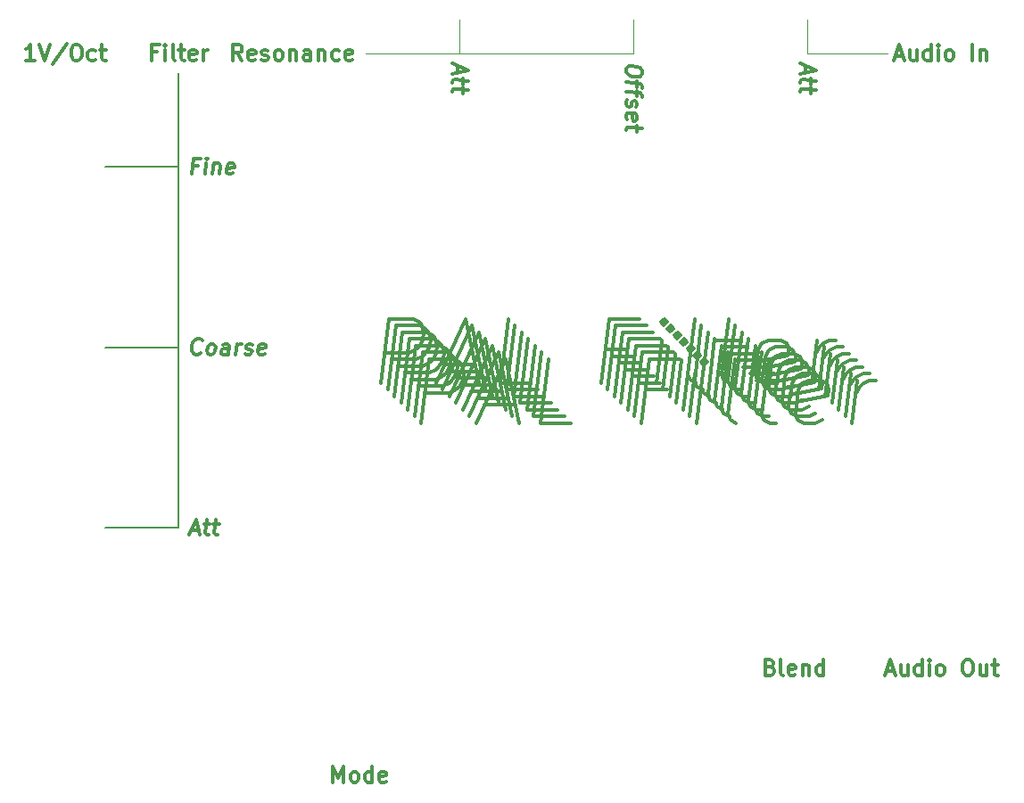
<source format=gto>
G04 #@! TF.GenerationSoftware,KiCad,Pcbnew,5.1.12-1.fc34*
G04 #@! TF.CreationDate,2022-01-17T21:01:31+01:00*
G04 #@! TF.ProjectId,vcf-panel,7663662d-7061-46e6-956c-2e6b69636164,rev?*
G04 #@! TF.SameCoordinates,Original*
G04 #@! TF.FileFunction,Legend,Top*
G04 #@! TF.FilePolarity,Positive*
%FSLAX46Y46*%
G04 Gerber Fmt 4.6, Leading zero omitted, Abs format (unit mm)*
G04 Created by KiCad (PCBNEW 5.1.12-1.fc34) date 2022-01-17 21:01:31*
%MOMM*%
%LPD*%
G01*
G04 APERTURE LIST*
%ADD10C,0.300000*%
%ADD11C,0.120000*%
%ADD12C,0.150000*%
%ADD13C,6.500000*%
%ADD14C,6.400000*%
G04 APERTURE END LIST*
D10*
X104904839Y-118962714D02*
X105666839Y-112866714D01*
X107989125Y-112866714D01*
X108533410Y-113157000D01*
X108787410Y-113447285D01*
X109005125Y-114027857D01*
X108896267Y-114898714D01*
X108533410Y-115479285D01*
X108206839Y-115769571D01*
X107589982Y-116059857D01*
X105267696Y-116059857D01*
X110928267Y-117221000D02*
X113831125Y-117221000D01*
X110129982Y-118962714D02*
X112923982Y-112866714D01*
X114193982Y-118962714D01*
X119128839Y-118962714D02*
X116225982Y-118962714D01*
X116987982Y-112866714D01*
X128236553Y-115769571D02*
X126204553Y-115769571D01*
X125805410Y-118962714D02*
X126567410Y-112866714D01*
X129470267Y-112866714D01*
X131030553Y-118962714D02*
X131538553Y-114898714D01*
X131792553Y-112866714D02*
X131465982Y-113157000D01*
X131719982Y-113447285D01*
X132046553Y-113157000D01*
X131792553Y-112866714D01*
X131719982Y-113447285D01*
X134804267Y-118962714D02*
X134259982Y-118672428D01*
X134042267Y-118091857D01*
X134695410Y-112866714D01*
X136763696Y-114898714D02*
X139085982Y-114898714D01*
X137888553Y-112866714D02*
X137235410Y-118091857D01*
X137453125Y-118672428D01*
X137997410Y-118962714D01*
X138577982Y-118962714D01*
X142968553Y-118672428D02*
X142351696Y-118962714D01*
X141190553Y-118962714D01*
X140646267Y-118672428D01*
X140428553Y-118091857D01*
X140718839Y-115769571D01*
X141081696Y-115189000D01*
X141698553Y-114898714D01*
X142859696Y-114898714D01*
X143403982Y-115189000D01*
X143621696Y-115769571D01*
X143549125Y-116350142D01*
X140573696Y-116930714D01*
X145835125Y-118962714D02*
X146343125Y-114898714D01*
X146197982Y-116059857D02*
X146560839Y-115479285D01*
X146887410Y-115189000D01*
X147504267Y-114898714D01*
X148084839Y-114898714D01*
X104269839Y-118327714D02*
X105031839Y-112231714D01*
X107354125Y-112231714D01*
X107898410Y-112522000D01*
X108152410Y-112812285D01*
X108370125Y-113392857D01*
X108261267Y-114263714D01*
X107898410Y-114844285D01*
X107571839Y-115134571D01*
X106954982Y-115424857D01*
X104632696Y-115424857D01*
X110293267Y-116586000D02*
X113196125Y-116586000D01*
X109494982Y-118327714D02*
X112288982Y-112231714D01*
X113558982Y-118327714D01*
X118493839Y-118327714D02*
X115590982Y-118327714D01*
X116352982Y-112231714D01*
X127601553Y-115134571D02*
X125569553Y-115134571D01*
X125170410Y-118327714D02*
X125932410Y-112231714D01*
X128835267Y-112231714D01*
X130395553Y-118327714D02*
X130903553Y-114263714D01*
X131157553Y-112231714D02*
X130830982Y-112522000D01*
X131084982Y-112812285D01*
X131411553Y-112522000D01*
X131157553Y-112231714D01*
X131084982Y-112812285D01*
X134169267Y-118327714D02*
X133624982Y-118037428D01*
X133407267Y-117456857D01*
X134060410Y-112231714D01*
X136128696Y-114263714D02*
X138450982Y-114263714D01*
X137253553Y-112231714D02*
X136600410Y-117456857D01*
X136818125Y-118037428D01*
X137362410Y-118327714D01*
X137942982Y-118327714D01*
X142333553Y-118037428D02*
X141716696Y-118327714D01*
X140555553Y-118327714D01*
X140011267Y-118037428D01*
X139793553Y-117456857D01*
X140083839Y-115134571D01*
X140446696Y-114554000D01*
X141063553Y-114263714D01*
X142224696Y-114263714D01*
X142768982Y-114554000D01*
X142986696Y-115134571D01*
X142914125Y-115715142D01*
X139938696Y-116295714D01*
X145200125Y-118327714D02*
X145708125Y-114263714D01*
X145562982Y-115424857D02*
X145925839Y-114844285D01*
X146252410Y-114554000D01*
X146869267Y-114263714D01*
X147449839Y-114263714D01*
X103634839Y-117692714D02*
X104396839Y-111596714D01*
X106719125Y-111596714D01*
X107263410Y-111887000D01*
X107517410Y-112177285D01*
X107735125Y-112757857D01*
X107626267Y-113628714D01*
X107263410Y-114209285D01*
X106936839Y-114499571D01*
X106319982Y-114789857D01*
X103997696Y-114789857D01*
X109658267Y-115951000D02*
X112561125Y-115951000D01*
X108859982Y-117692714D02*
X111653982Y-111596714D01*
X112923982Y-117692714D01*
X117858839Y-117692714D02*
X114955982Y-117692714D01*
X115717982Y-111596714D01*
X126966553Y-114499571D02*
X124934553Y-114499571D01*
X124535410Y-117692714D02*
X125297410Y-111596714D01*
X128200267Y-111596714D01*
X129760553Y-117692714D02*
X130268553Y-113628714D01*
X130522553Y-111596714D02*
X130195982Y-111887000D01*
X130449982Y-112177285D01*
X130776553Y-111887000D01*
X130522553Y-111596714D01*
X130449982Y-112177285D01*
X133534267Y-117692714D02*
X132989982Y-117402428D01*
X132772267Y-116821857D01*
X133425410Y-111596714D01*
X135493696Y-113628714D02*
X137815982Y-113628714D01*
X136618553Y-111596714D02*
X135965410Y-116821857D01*
X136183125Y-117402428D01*
X136727410Y-117692714D01*
X137307982Y-117692714D01*
X141698553Y-117402428D02*
X141081696Y-117692714D01*
X139920553Y-117692714D01*
X139376267Y-117402428D01*
X139158553Y-116821857D01*
X139448839Y-114499571D01*
X139811696Y-113919000D01*
X140428553Y-113628714D01*
X141589696Y-113628714D01*
X142133982Y-113919000D01*
X142351696Y-114499571D01*
X142279125Y-115080142D01*
X139303696Y-115660714D01*
X144565125Y-117692714D02*
X145073125Y-113628714D01*
X144927982Y-114789857D02*
X145290839Y-114209285D01*
X145617410Y-113919000D01*
X146234267Y-113628714D01*
X146814839Y-113628714D01*
X102999839Y-117057714D02*
X103761839Y-110961714D01*
X106084125Y-110961714D01*
X106628410Y-111252000D01*
X106882410Y-111542285D01*
X107100125Y-112122857D01*
X106991267Y-112993714D01*
X106628410Y-113574285D01*
X106301839Y-113864571D01*
X105684982Y-114154857D01*
X103362696Y-114154857D01*
X109023267Y-115316000D02*
X111926125Y-115316000D01*
X108224982Y-117057714D02*
X111018982Y-110961714D01*
X112288982Y-117057714D01*
X117223839Y-117057714D02*
X114320982Y-117057714D01*
X115082982Y-110961714D01*
X126331553Y-113864571D02*
X124299553Y-113864571D01*
X123900410Y-117057714D02*
X124662410Y-110961714D01*
X127565267Y-110961714D01*
X129125553Y-117057714D02*
X129633553Y-112993714D01*
X129887553Y-110961714D02*
X129560982Y-111252000D01*
X129814982Y-111542285D01*
X130141553Y-111252000D01*
X129887553Y-110961714D01*
X129814982Y-111542285D01*
X132899267Y-117057714D02*
X132354982Y-116767428D01*
X132137267Y-116186857D01*
X132790410Y-110961714D01*
X134858696Y-112993714D02*
X137180982Y-112993714D01*
X135983553Y-110961714D02*
X135330410Y-116186857D01*
X135548125Y-116767428D01*
X136092410Y-117057714D01*
X136672982Y-117057714D01*
X141063553Y-116767428D02*
X140446696Y-117057714D01*
X139285553Y-117057714D01*
X138741267Y-116767428D01*
X138523553Y-116186857D01*
X138813839Y-113864571D01*
X139176696Y-113284000D01*
X139793553Y-112993714D01*
X140954696Y-112993714D01*
X141498982Y-113284000D01*
X141716696Y-113864571D01*
X141644125Y-114445142D01*
X138668696Y-115025714D01*
X143930125Y-117057714D02*
X144438125Y-112993714D01*
X144292982Y-114154857D02*
X144655839Y-113574285D01*
X144982410Y-113284000D01*
X145599267Y-112993714D01*
X146179839Y-112993714D01*
X102364839Y-116422714D02*
X103126839Y-110326714D01*
X105449125Y-110326714D01*
X105993410Y-110617000D01*
X106247410Y-110907285D01*
X106465125Y-111487857D01*
X106356267Y-112358714D01*
X105993410Y-112939285D01*
X105666839Y-113229571D01*
X105049982Y-113519857D01*
X102727696Y-113519857D01*
X108388267Y-114681000D02*
X111291125Y-114681000D01*
X107589982Y-116422714D02*
X110383982Y-110326714D01*
X111653982Y-116422714D01*
X116588839Y-116422714D02*
X113685982Y-116422714D01*
X114447982Y-110326714D01*
X125696553Y-113229571D02*
X123664553Y-113229571D01*
X123265410Y-116422714D02*
X124027410Y-110326714D01*
X126930267Y-110326714D01*
X128490553Y-116422714D02*
X128998553Y-112358714D01*
X129252553Y-110326714D02*
X128925982Y-110617000D01*
X129179982Y-110907285D01*
X129506553Y-110617000D01*
X129252553Y-110326714D01*
X129179982Y-110907285D01*
X132264267Y-116422714D02*
X131719982Y-116132428D01*
X131502267Y-115551857D01*
X132155410Y-110326714D01*
X134223696Y-112358714D02*
X136545982Y-112358714D01*
X135348553Y-110326714D02*
X134695410Y-115551857D01*
X134913125Y-116132428D01*
X135457410Y-116422714D01*
X136037982Y-116422714D01*
X140428553Y-116132428D02*
X139811696Y-116422714D01*
X138650553Y-116422714D01*
X138106267Y-116132428D01*
X137888553Y-115551857D01*
X138178839Y-113229571D01*
X138541696Y-112649000D01*
X139158553Y-112358714D01*
X140319696Y-112358714D01*
X140863982Y-112649000D01*
X141081696Y-113229571D01*
X141009125Y-113810142D01*
X138033696Y-114390714D01*
X143295125Y-116422714D02*
X143803125Y-112358714D01*
X143657982Y-113519857D02*
X144020839Y-112939285D01*
X144347410Y-112649000D01*
X144964267Y-112358714D01*
X145544839Y-112358714D01*
X101729839Y-115787714D02*
X102491839Y-109691714D01*
X104814125Y-109691714D01*
X105358410Y-109982000D01*
X105612410Y-110272285D01*
X105830125Y-110852857D01*
X105721267Y-111723714D01*
X105358410Y-112304285D01*
X105031839Y-112594571D01*
X104414982Y-112884857D01*
X102092696Y-112884857D01*
X107753267Y-114046000D02*
X110656125Y-114046000D01*
X106954982Y-115787714D02*
X109748982Y-109691714D01*
X111018982Y-115787714D01*
X115953839Y-115787714D02*
X113050982Y-115787714D01*
X113812982Y-109691714D01*
X125061553Y-112594571D02*
X123029553Y-112594571D01*
X122630410Y-115787714D02*
X123392410Y-109691714D01*
X126295267Y-109691714D01*
X127855553Y-115787714D02*
X128363553Y-111723714D01*
X128617553Y-109691714D02*
X128290982Y-109982000D01*
X128544982Y-110272285D01*
X128871553Y-109982000D01*
X128617553Y-109691714D01*
X128544982Y-110272285D01*
X131629267Y-115787714D02*
X131084982Y-115497428D01*
X130867267Y-114916857D01*
X131520410Y-109691714D01*
X133588696Y-111723714D02*
X135910982Y-111723714D01*
X134713553Y-109691714D02*
X134060410Y-114916857D01*
X134278125Y-115497428D01*
X134822410Y-115787714D01*
X135402982Y-115787714D01*
X139793553Y-115497428D02*
X139176696Y-115787714D01*
X138015553Y-115787714D01*
X137471267Y-115497428D01*
X137253553Y-114916857D01*
X137543839Y-112594571D01*
X137906696Y-112014000D01*
X138523553Y-111723714D01*
X139684696Y-111723714D01*
X140228982Y-112014000D01*
X140446696Y-112594571D01*
X140374125Y-113175142D01*
X137398696Y-113755714D01*
X142660125Y-115787714D02*
X143168125Y-111723714D01*
X143022982Y-112884857D02*
X143385839Y-112304285D01*
X143712410Y-112014000D01*
X144329267Y-111723714D01*
X144909839Y-111723714D01*
X101094839Y-115152714D02*
X101856839Y-109056714D01*
X104179125Y-109056714D01*
X104723410Y-109347000D01*
X104977410Y-109637285D01*
X105195125Y-110217857D01*
X105086267Y-111088714D01*
X104723410Y-111669285D01*
X104396839Y-111959571D01*
X103779982Y-112249857D01*
X101457696Y-112249857D01*
X107118267Y-113411000D02*
X110021125Y-113411000D01*
X106319982Y-115152714D02*
X109113982Y-109056714D01*
X110383982Y-115152714D01*
X115318839Y-115152714D02*
X112415982Y-115152714D01*
X113177982Y-109056714D01*
X124426553Y-111959571D02*
X122394553Y-111959571D01*
X121995410Y-115152714D02*
X122757410Y-109056714D01*
X125660267Y-109056714D01*
X127220553Y-115152714D02*
X127728553Y-111088714D01*
X127982553Y-109056714D02*
X127655982Y-109347000D01*
X127909982Y-109637285D01*
X128236553Y-109347000D01*
X127982553Y-109056714D01*
X127909982Y-109637285D01*
X130994267Y-115152714D02*
X130449982Y-114862428D01*
X130232267Y-114281857D01*
X130885410Y-109056714D01*
X132953696Y-111088714D02*
X135275982Y-111088714D01*
X134078553Y-109056714D02*
X133425410Y-114281857D01*
X133643125Y-114862428D01*
X134187410Y-115152714D01*
X134767982Y-115152714D01*
X139158553Y-114862428D02*
X138541696Y-115152714D01*
X137380553Y-115152714D01*
X136836267Y-114862428D01*
X136618553Y-114281857D01*
X136908839Y-111959571D01*
X137271696Y-111379000D01*
X137888553Y-111088714D01*
X139049696Y-111088714D01*
X139593982Y-111379000D01*
X139811696Y-111959571D01*
X139739125Y-112540142D01*
X136763696Y-113120714D01*
X142025125Y-115152714D02*
X142533125Y-111088714D01*
X142387982Y-112249857D02*
X142750839Y-111669285D01*
X143077410Y-111379000D01*
X143694267Y-111088714D01*
X144274839Y-111088714D01*
X96560000Y-153078571D02*
X96560000Y-151578571D01*
X97060000Y-152650000D01*
X97560000Y-151578571D01*
X97560000Y-153078571D01*
X98488571Y-153078571D02*
X98345714Y-153007142D01*
X98274285Y-152935714D01*
X98202857Y-152792857D01*
X98202857Y-152364285D01*
X98274285Y-152221428D01*
X98345714Y-152150000D01*
X98488571Y-152078571D01*
X98702857Y-152078571D01*
X98845714Y-152150000D01*
X98917142Y-152221428D01*
X98988571Y-152364285D01*
X98988571Y-152792857D01*
X98917142Y-152935714D01*
X98845714Y-153007142D01*
X98702857Y-153078571D01*
X98488571Y-153078571D01*
X100274285Y-153078571D02*
X100274285Y-151578571D01*
X100274285Y-153007142D02*
X100131428Y-153078571D01*
X99845714Y-153078571D01*
X99702857Y-153007142D01*
X99631428Y-152935714D01*
X99560000Y-152792857D01*
X99560000Y-152364285D01*
X99631428Y-152221428D01*
X99702857Y-152150000D01*
X99845714Y-152078571D01*
X100131428Y-152078571D01*
X100274285Y-152150000D01*
X101560000Y-153007142D02*
X101417142Y-153078571D01*
X101131428Y-153078571D01*
X100988571Y-153007142D01*
X100917142Y-152864285D01*
X100917142Y-152292857D01*
X100988571Y-152150000D01*
X101131428Y-152078571D01*
X101417142Y-152078571D01*
X101560000Y-152150000D01*
X101631428Y-152292857D01*
X101631428Y-152435714D01*
X100917142Y-152578571D01*
X141355000Y-84998214D02*
X141355000Y-85712500D01*
X140926428Y-84801785D02*
X142426428Y-85489285D01*
X140926428Y-85801785D01*
X141926428Y-86212500D02*
X141926428Y-86783928D01*
X142426428Y-86489285D02*
X141140714Y-86328571D01*
X140997857Y-86382142D01*
X140926428Y-86516071D01*
X140926428Y-86658928D01*
X141926428Y-87069642D02*
X141926428Y-87641071D01*
X142426428Y-87346428D02*
X141140714Y-87185714D01*
X140997857Y-87239285D01*
X140926428Y-87373214D01*
X140926428Y-87516071D01*
D11*
X141605000Y-83820000D02*
X149225000Y-83820000D01*
D10*
X125916428Y-85489285D02*
X125916428Y-85775000D01*
X125845000Y-85908928D01*
X125702142Y-86033928D01*
X125416428Y-86069642D01*
X124916428Y-86007142D01*
X124630714Y-85900000D01*
X124487857Y-85739285D01*
X124416428Y-85587500D01*
X124416428Y-85301785D01*
X124487857Y-85167857D01*
X124630714Y-85042857D01*
X124916428Y-85007142D01*
X125416428Y-85069642D01*
X125702142Y-85176785D01*
X125845000Y-85337500D01*
X125916428Y-85489285D01*
X125416428Y-86498214D02*
X125416428Y-87069642D01*
X124416428Y-86587500D02*
X125702142Y-86748214D01*
X125845000Y-86837500D01*
X125916428Y-86989285D01*
X125916428Y-87132142D01*
X125416428Y-87355357D02*
X125416428Y-87926785D01*
X124416428Y-87444642D02*
X125702142Y-87605357D01*
X125845000Y-87694642D01*
X125916428Y-87846428D01*
X125916428Y-87989285D01*
X124487857Y-88239285D02*
X124416428Y-88373214D01*
X124416428Y-88658928D01*
X124487857Y-88810714D01*
X124630714Y-88900000D01*
X124702142Y-88908928D01*
X124845000Y-88855357D01*
X124916428Y-88721428D01*
X124916428Y-88507142D01*
X124987857Y-88373214D01*
X125130714Y-88319642D01*
X125202142Y-88328571D01*
X125345000Y-88417857D01*
X125416428Y-88569642D01*
X125416428Y-88783928D01*
X125345000Y-88917857D01*
X124487857Y-90096428D02*
X124416428Y-89944642D01*
X124416428Y-89658928D01*
X124487857Y-89525000D01*
X124630714Y-89471428D01*
X125202142Y-89542857D01*
X125345000Y-89632142D01*
X125416428Y-89783928D01*
X125416428Y-90069642D01*
X125345000Y-90203571D01*
X125202142Y-90257142D01*
X125059285Y-90239285D01*
X124916428Y-89507142D01*
X125416428Y-90712500D02*
X125416428Y-91283928D01*
X125916428Y-90989285D02*
X124630714Y-90828571D01*
X124487857Y-90882142D01*
X124416428Y-91016071D01*
X124416428Y-91158928D01*
X108335000Y-84998214D02*
X108335000Y-85712500D01*
X107906428Y-84801785D02*
X109406428Y-85489285D01*
X107906428Y-85801785D01*
X108906428Y-86212500D02*
X108906428Y-86783928D01*
X109406428Y-86489285D02*
X108120714Y-86328571D01*
X107977857Y-86382142D01*
X107906428Y-86516071D01*
X107906428Y-86658928D01*
X108906428Y-87069642D02*
X108906428Y-87641071D01*
X109406428Y-87346428D02*
X108120714Y-87185714D01*
X107977857Y-87239285D01*
X107906428Y-87373214D01*
X107906428Y-87516071D01*
D11*
X108585000Y-83820000D02*
X108585000Y-80645000D01*
X125095000Y-83820000D02*
X125095000Y-80645000D01*
X141605000Y-83820000D02*
X141605000Y-80645000D01*
X99695000Y-83820000D02*
X125095000Y-83820000D01*
D10*
X83093214Y-129155000D02*
X83807500Y-129155000D01*
X82896785Y-129583571D02*
X83584285Y-128083571D01*
X83896785Y-129583571D01*
X84307500Y-128583571D02*
X84878928Y-128583571D01*
X84584285Y-128083571D02*
X84423571Y-129369285D01*
X84477142Y-129512142D01*
X84611071Y-129583571D01*
X84753928Y-129583571D01*
X85164642Y-128583571D02*
X85736071Y-128583571D01*
X85441428Y-128083571D02*
X85280714Y-129369285D01*
X85334285Y-129512142D01*
X85468214Y-129583571D01*
X85611071Y-129583571D01*
X83986071Y-112295714D02*
X83905714Y-112367142D01*
X83682500Y-112438571D01*
X83539642Y-112438571D01*
X83334285Y-112367142D01*
X83209285Y-112224285D01*
X83155714Y-112081428D01*
X83120000Y-111795714D01*
X83146785Y-111581428D01*
X83253928Y-111295714D01*
X83343214Y-111152857D01*
X83503928Y-111010000D01*
X83727142Y-110938571D01*
X83870000Y-110938571D01*
X84075357Y-111010000D01*
X84137857Y-111081428D01*
X84825357Y-112438571D02*
X84691428Y-112367142D01*
X84628928Y-112295714D01*
X84575357Y-112152857D01*
X84628928Y-111724285D01*
X84718214Y-111581428D01*
X84798571Y-111510000D01*
X84950357Y-111438571D01*
X85164642Y-111438571D01*
X85298571Y-111510000D01*
X85361071Y-111581428D01*
X85414642Y-111724285D01*
X85361071Y-112152857D01*
X85271785Y-112295714D01*
X85191428Y-112367142D01*
X85039642Y-112438571D01*
X84825357Y-112438571D01*
X86611071Y-112438571D02*
X86709285Y-111652857D01*
X86655714Y-111510000D01*
X86521785Y-111438571D01*
X86236071Y-111438571D01*
X86084285Y-111510000D01*
X86620000Y-112367142D02*
X86468214Y-112438571D01*
X86111071Y-112438571D01*
X85977142Y-112367142D01*
X85923571Y-112224285D01*
X85941428Y-112081428D01*
X86030714Y-111938571D01*
X86182500Y-111867142D01*
X86539642Y-111867142D01*
X86691428Y-111795714D01*
X87325357Y-112438571D02*
X87450357Y-111438571D01*
X87414642Y-111724285D02*
X87503928Y-111581428D01*
X87584285Y-111510000D01*
X87736071Y-111438571D01*
X87878928Y-111438571D01*
X88191428Y-112367142D02*
X88325357Y-112438571D01*
X88611071Y-112438571D01*
X88762857Y-112367142D01*
X88852142Y-112224285D01*
X88861071Y-112152857D01*
X88807500Y-112010000D01*
X88673571Y-111938571D01*
X88459285Y-111938571D01*
X88325357Y-111867142D01*
X88271785Y-111724285D01*
X88280714Y-111652857D01*
X88370000Y-111510000D01*
X88521785Y-111438571D01*
X88736071Y-111438571D01*
X88870000Y-111510000D01*
X90048571Y-112367142D02*
X89896785Y-112438571D01*
X89611071Y-112438571D01*
X89477142Y-112367142D01*
X89423571Y-112224285D01*
X89495000Y-111652857D01*
X89584285Y-111510000D01*
X89736071Y-111438571D01*
X90021785Y-111438571D01*
X90155714Y-111510000D01*
X90209285Y-111652857D01*
X90191428Y-111795714D01*
X89459285Y-111938571D01*
X83709285Y-94507857D02*
X83209285Y-94507857D01*
X83111071Y-95293571D02*
X83298571Y-93793571D01*
X84012857Y-93793571D01*
X84396785Y-95293571D02*
X84521785Y-94293571D01*
X84584285Y-93793571D02*
X84503928Y-93865000D01*
X84566428Y-93936428D01*
X84646785Y-93865000D01*
X84584285Y-93793571D01*
X84566428Y-93936428D01*
X85236071Y-94293571D02*
X85111071Y-95293571D01*
X85218214Y-94436428D02*
X85298571Y-94365000D01*
X85450357Y-94293571D01*
X85664642Y-94293571D01*
X85798571Y-94365000D01*
X85852142Y-94507857D01*
X85753928Y-95293571D01*
X87048571Y-95222142D02*
X86896785Y-95293571D01*
X86611071Y-95293571D01*
X86477142Y-95222142D01*
X86423571Y-95079285D01*
X86495000Y-94507857D01*
X86584285Y-94365000D01*
X86736071Y-94293571D01*
X87021785Y-94293571D01*
X87155714Y-94365000D01*
X87209285Y-94507857D01*
X87191428Y-94650714D01*
X86459285Y-94793571D01*
D12*
X74930000Y-94615000D02*
X81915000Y-94615000D01*
X74930000Y-111760000D02*
X81915000Y-111760000D01*
X81915000Y-128905000D02*
X74930000Y-128905000D01*
X81915000Y-85725000D02*
X81915000Y-128905000D01*
D10*
X149090714Y-142490000D02*
X149805000Y-142490000D01*
X148947857Y-142918571D02*
X149447857Y-141418571D01*
X149947857Y-142918571D01*
X151090714Y-141918571D02*
X151090714Y-142918571D01*
X150447857Y-141918571D02*
X150447857Y-142704285D01*
X150519285Y-142847142D01*
X150662142Y-142918571D01*
X150876428Y-142918571D01*
X151019285Y-142847142D01*
X151090714Y-142775714D01*
X152447857Y-142918571D02*
X152447857Y-141418571D01*
X152447857Y-142847142D02*
X152305000Y-142918571D01*
X152019285Y-142918571D01*
X151876428Y-142847142D01*
X151805000Y-142775714D01*
X151733571Y-142632857D01*
X151733571Y-142204285D01*
X151805000Y-142061428D01*
X151876428Y-141990000D01*
X152019285Y-141918571D01*
X152305000Y-141918571D01*
X152447857Y-141990000D01*
X153162142Y-142918571D02*
X153162142Y-141918571D01*
X153162142Y-141418571D02*
X153090714Y-141490000D01*
X153162142Y-141561428D01*
X153233571Y-141490000D01*
X153162142Y-141418571D01*
X153162142Y-141561428D01*
X154090714Y-142918571D02*
X153947857Y-142847142D01*
X153876428Y-142775714D01*
X153805000Y-142632857D01*
X153805000Y-142204285D01*
X153876428Y-142061428D01*
X153947857Y-141990000D01*
X154090714Y-141918571D01*
X154305000Y-141918571D01*
X154447857Y-141990000D01*
X154519285Y-142061428D01*
X154590714Y-142204285D01*
X154590714Y-142632857D01*
X154519285Y-142775714D01*
X154447857Y-142847142D01*
X154305000Y-142918571D01*
X154090714Y-142918571D01*
X156662142Y-141418571D02*
X156947857Y-141418571D01*
X157090714Y-141490000D01*
X157233571Y-141632857D01*
X157305000Y-141918571D01*
X157305000Y-142418571D01*
X157233571Y-142704285D01*
X157090714Y-142847142D01*
X156947857Y-142918571D01*
X156662142Y-142918571D01*
X156519285Y-142847142D01*
X156376428Y-142704285D01*
X156305000Y-142418571D01*
X156305000Y-141918571D01*
X156376428Y-141632857D01*
X156519285Y-141490000D01*
X156662142Y-141418571D01*
X158590714Y-141918571D02*
X158590714Y-142918571D01*
X157947857Y-141918571D02*
X157947857Y-142704285D01*
X158019285Y-142847142D01*
X158162142Y-142918571D01*
X158376428Y-142918571D01*
X158519285Y-142847142D01*
X158590714Y-142775714D01*
X159090714Y-141918571D02*
X159662142Y-141918571D01*
X159305000Y-141418571D02*
X159305000Y-142704285D01*
X159376428Y-142847142D01*
X159519285Y-142918571D01*
X159662142Y-142918571D01*
X138049285Y-142132857D02*
X138263571Y-142204285D01*
X138335000Y-142275714D01*
X138406428Y-142418571D01*
X138406428Y-142632857D01*
X138335000Y-142775714D01*
X138263571Y-142847142D01*
X138120714Y-142918571D01*
X137549285Y-142918571D01*
X137549285Y-141418571D01*
X138049285Y-141418571D01*
X138192142Y-141490000D01*
X138263571Y-141561428D01*
X138335000Y-141704285D01*
X138335000Y-141847142D01*
X138263571Y-141990000D01*
X138192142Y-142061428D01*
X138049285Y-142132857D01*
X137549285Y-142132857D01*
X139263571Y-142918571D02*
X139120714Y-142847142D01*
X139049285Y-142704285D01*
X139049285Y-141418571D01*
X140406428Y-142847142D02*
X140263571Y-142918571D01*
X139977857Y-142918571D01*
X139835000Y-142847142D01*
X139763571Y-142704285D01*
X139763571Y-142132857D01*
X139835000Y-141990000D01*
X139977857Y-141918571D01*
X140263571Y-141918571D01*
X140406428Y-141990000D01*
X140477857Y-142132857D01*
X140477857Y-142275714D01*
X139763571Y-142418571D01*
X141120714Y-141918571D02*
X141120714Y-142918571D01*
X141120714Y-142061428D02*
X141192142Y-141990000D01*
X141335000Y-141918571D01*
X141549285Y-141918571D01*
X141692142Y-141990000D01*
X141763571Y-142132857D01*
X141763571Y-142918571D01*
X143120714Y-142918571D02*
X143120714Y-141418571D01*
X143120714Y-142847142D02*
X142977857Y-142918571D01*
X142692142Y-142918571D01*
X142549285Y-142847142D01*
X142477857Y-142775714D01*
X142406428Y-142632857D01*
X142406428Y-142204285D01*
X142477857Y-142061428D01*
X142549285Y-141990000D01*
X142692142Y-141918571D01*
X142977857Y-141918571D01*
X143120714Y-141990000D01*
X149947857Y-84070000D02*
X150662142Y-84070000D01*
X149805000Y-84498571D02*
X150305000Y-82998571D01*
X150805000Y-84498571D01*
X151947857Y-83498571D02*
X151947857Y-84498571D01*
X151305000Y-83498571D02*
X151305000Y-84284285D01*
X151376428Y-84427142D01*
X151519285Y-84498571D01*
X151733571Y-84498571D01*
X151876428Y-84427142D01*
X151947857Y-84355714D01*
X153305000Y-84498571D02*
X153305000Y-82998571D01*
X153305000Y-84427142D02*
X153162142Y-84498571D01*
X152876428Y-84498571D01*
X152733571Y-84427142D01*
X152662142Y-84355714D01*
X152590714Y-84212857D01*
X152590714Y-83784285D01*
X152662142Y-83641428D01*
X152733571Y-83570000D01*
X152876428Y-83498571D01*
X153162142Y-83498571D01*
X153305000Y-83570000D01*
X154019285Y-84498571D02*
X154019285Y-83498571D01*
X154019285Y-82998571D02*
X153947857Y-83070000D01*
X154019285Y-83141428D01*
X154090714Y-83070000D01*
X154019285Y-82998571D01*
X154019285Y-83141428D01*
X154947857Y-84498571D02*
X154805000Y-84427142D01*
X154733571Y-84355714D01*
X154662142Y-84212857D01*
X154662142Y-83784285D01*
X154733571Y-83641428D01*
X154805000Y-83570000D01*
X154947857Y-83498571D01*
X155162142Y-83498571D01*
X155305000Y-83570000D01*
X155376428Y-83641428D01*
X155447857Y-83784285D01*
X155447857Y-84212857D01*
X155376428Y-84355714D01*
X155305000Y-84427142D01*
X155162142Y-84498571D01*
X154947857Y-84498571D01*
X157233571Y-84498571D02*
X157233571Y-82998571D01*
X157947857Y-83498571D02*
X157947857Y-84498571D01*
X157947857Y-83641428D02*
X158019285Y-83570000D01*
X158162142Y-83498571D01*
X158376428Y-83498571D01*
X158519285Y-83570000D01*
X158590714Y-83712857D01*
X158590714Y-84498571D01*
X87924285Y-84498571D02*
X87424285Y-83784285D01*
X87067142Y-84498571D02*
X87067142Y-82998571D01*
X87638571Y-82998571D01*
X87781428Y-83070000D01*
X87852857Y-83141428D01*
X87924285Y-83284285D01*
X87924285Y-83498571D01*
X87852857Y-83641428D01*
X87781428Y-83712857D01*
X87638571Y-83784285D01*
X87067142Y-83784285D01*
X89138571Y-84427142D02*
X88995714Y-84498571D01*
X88710000Y-84498571D01*
X88567142Y-84427142D01*
X88495714Y-84284285D01*
X88495714Y-83712857D01*
X88567142Y-83570000D01*
X88710000Y-83498571D01*
X88995714Y-83498571D01*
X89138571Y-83570000D01*
X89210000Y-83712857D01*
X89210000Y-83855714D01*
X88495714Y-83998571D01*
X89781428Y-84427142D02*
X89924285Y-84498571D01*
X90210000Y-84498571D01*
X90352857Y-84427142D01*
X90424285Y-84284285D01*
X90424285Y-84212857D01*
X90352857Y-84070000D01*
X90210000Y-83998571D01*
X89995714Y-83998571D01*
X89852857Y-83927142D01*
X89781428Y-83784285D01*
X89781428Y-83712857D01*
X89852857Y-83570000D01*
X89995714Y-83498571D01*
X90210000Y-83498571D01*
X90352857Y-83570000D01*
X91281428Y-84498571D02*
X91138571Y-84427142D01*
X91067142Y-84355714D01*
X90995714Y-84212857D01*
X90995714Y-83784285D01*
X91067142Y-83641428D01*
X91138571Y-83570000D01*
X91281428Y-83498571D01*
X91495714Y-83498571D01*
X91638571Y-83570000D01*
X91710000Y-83641428D01*
X91781428Y-83784285D01*
X91781428Y-84212857D01*
X91710000Y-84355714D01*
X91638571Y-84427142D01*
X91495714Y-84498571D01*
X91281428Y-84498571D01*
X92424285Y-83498571D02*
X92424285Y-84498571D01*
X92424285Y-83641428D02*
X92495714Y-83570000D01*
X92638571Y-83498571D01*
X92852857Y-83498571D01*
X92995714Y-83570000D01*
X93067142Y-83712857D01*
X93067142Y-84498571D01*
X94424285Y-84498571D02*
X94424285Y-83712857D01*
X94352857Y-83570000D01*
X94210000Y-83498571D01*
X93924285Y-83498571D01*
X93781428Y-83570000D01*
X94424285Y-84427142D02*
X94281428Y-84498571D01*
X93924285Y-84498571D01*
X93781428Y-84427142D01*
X93710000Y-84284285D01*
X93710000Y-84141428D01*
X93781428Y-83998571D01*
X93924285Y-83927142D01*
X94281428Y-83927142D01*
X94424285Y-83855714D01*
X95138571Y-83498571D02*
X95138571Y-84498571D01*
X95138571Y-83641428D02*
X95210000Y-83570000D01*
X95352857Y-83498571D01*
X95567142Y-83498571D01*
X95710000Y-83570000D01*
X95781428Y-83712857D01*
X95781428Y-84498571D01*
X97138571Y-84427142D02*
X96995714Y-84498571D01*
X96710000Y-84498571D01*
X96567142Y-84427142D01*
X96495714Y-84355714D01*
X96424285Y-84212857D01*
X96424285Y-83784285D01*
X96495714Y-83641428D01*
X96567142Y-83570000D01*
X96710000Y-83498571D01*
X96995714Y-83498571D01*
X97138571Y-83570000D01*
X98352857Y-84427142D02*
X98210000Y-84498571D01*
X97924285Y-84498571D01*
X97781428Y-84427142D01*
X97710000Y-84284285D01*
X97710000Y-83712857D01*
X97781428Y-83570000D01*
X97924285Y-83498571D01*
X98210000Y-83498571D01*
X98352857Y-83570000D01*
X98424285Y-83712857D01*
X98424285Y-83855714D01*
X97710000Y-83998571D01*
X79843571Y-83712857D02*
X79343571Y-83712857D01*
X79343571Y-84498571D02*
X79343571Y-82998571D01*
X80057857Y-82998571D01*
X80629285Y-84498571D02*
X80629285Y-83498571D01*
X80629285Y-82998571D02*
X80557857Y-83070000D01*
X80629285Y-83141428D01*
X80700714Y-83070000D01*
X80629285Y-82998571D01*
X80629285Y-83141428D01*
X81557857Y-84498571D02*
X81415000Y-84427142D01*
X81343571Y-84284285D01*
X81343571Y-82998571D01*
X81915000Y-83498571D02*
X82486428Y-83498571D01*
X82129285Y-82998571D02*
X82129285Y-84284285D01*
X82200714Y-84427142D01*
X82343571Y-84498571D01*
X82486428Y-84498571D01*
X83557857Y-84427142D02*
X83415000Y-84498571D01*
X83129285Y-84498571D01*
X82986428Y-84427142D01*
X82915000Y-84284285D01*
X82915000Y-83712857D01*
X82986428Y-83570000D01*
X83129285Y-83498571D01*
X83415000Y-83498571D01*
X83557857Y-83570000D01*
X83629285Y-83712857D01*
X83629285Y-83855714D01*
X82915000Y-83998571D01*
X84272142Y-84498571D02*
X84272142Y-83498571D01*
X84272142Y-83784285D02*
X84343571Y-83641428D01*
X84415000Y-83570000D01*
X84557857Y-83498571D01*
X84700714Y-83498571D01*
X68262857Y-84498571D02*
X67405714Y-84498571D01*
X67834285Y-84498571D02*
X67834285Y-82998571D01*
X67691428Y-83212857D01*
X67548571Y-83355714D01*
X67405714Y-83427142D01*
X68691428Y-82998571D02*
X69191428Y-84498571D01*
X69691428Y-82998571D01*
X71262857Y-82927142D02*
X69977142Y-84855714D01*
X72048571Y-82998571D02*
X72334285Y-82998571D01*
X72477142Y-83070000D01*
X72620000Y-83212857D01*
X72691428Y-83498571D01*
X72691428Y-83998571D01*
X72620000Y-84284285D01*
X72477142Y-84427142D01*
X72334285Y-84498571D01*
X72048571Y-84498571D01*
X71905714Y-84427142D01*
X71762857Y-84284285D01*
X71691428Y-83998571D01*
X71691428Y-83498571D01*
X71762857Y-83212857D01*
X71905714Y-83070000D01*
X72048571Y-82998571D01*
X73977142Y-84427142D02*
X73834285Y-84498571D01*
X73548571Y-84498571D01*
X73405714Y-84427142D01*
X73334285Y-84355714D01*
X73262857Y-84212857D01*
X73262857Y-83784285D01*
X73334285Y-83641428D01*
X73405714Y-83570000D01*
X73548571Y-83498571D01*
X73834285Y-83498571D01*
X73977142Y-83570000D01*
X74405714Y-83498571D02*
X74977142Y-83498571D01*
X74620000Y-82998571D02*
X74620000Y-84284285D01*
X74691428Y-84427142D01*
X74834285Y-84498571D01*
X74977142Y-84498571D01*
%LPC*%
D13*
X116840000Y-152400000D03*
X140215620Y-152440640D03*
X71239380Y-128864360D03*
X71239380Y-111719360D03*
X71239380Y-94574360D03*
X141485620Y-73700640D03*
X124975620Y-73700640D03*
X108465620Y-73700640D03*
D14*
X154305000Y-152529540D03*
X154305000Y-73530460D03*
X92710000Y-73530460D03*
X81915000Y-73530460D03*
X71120000Y-73530460D03*
M02*

</source>
